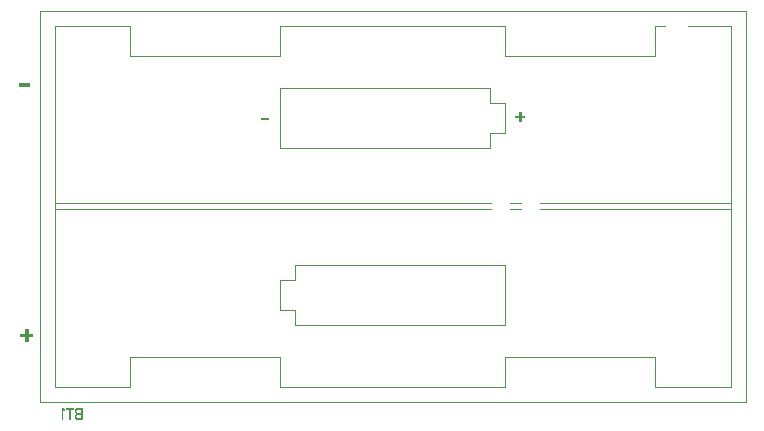
<source format=gbo>
G04 #@! TF.GenerationSoftware,KiCad,Pcbnew,8.0.1*
G04 #@! TF.CreationDate,2024-06-07T17:50:56+02:00*
G04 #@! TF.ProjectId,Remote,52656d6f-7465-42e6-9b69-6361645f7063,rev?*
G04 #@! TF.SameCoordinates,Original*
G04 #@! TF.FileFunction,Legend,Bot*
G04 #@! TF.FilePolarity,Positive*
%FSLAX46Y46*%
G04 Gerber Fmt 4.6, Leading zero omitted, Abs format (unit mm)*
G04 Created by KiCad (PCBNEW 8.0.1) date 2024-06-07 17:50:56*
%MOMM*%
%LPD*%
G01*
G04 APERTURE LIST*
G04 Aperture macros list*
%AMRotRect*
0 Rectangle, with rotation*
0 The origin of the aperture is its center*
0 $1 length*
0 $2 width*
0 $3 Rotation angle, in degrees counterclockwise*
0 Add horizontal line*
21,1,$1,$2,0,0,$3*%
G04 Aperture macros list end*
%ADD10C,0.150000*%
%ADD11C,0.120000*%
%ADD12R,1.700000X1.700000*%
%ADD13O,1.700000X1.700000*%
%ADD14C,5.700000*%
%ADD15RotRect,1.800000X1.800000X240.000000*%
%ADD16C,1.800000*%
%ADD17RotRect,1.800000X1.800000X300.000000*%
%ADD18C,2.000000*%
%ADD19R,1.800000X1.800000*%
%ADD20R,2.000000X2.000000*%
G04 APERTURE END LIST*
D10*
G36*
X126686259Y-113320000D02*
G01*
X126686259Y-113190795D01*
X126417103Y-113190795D01*
X126365705Y-113188154D01*
X126317553Y-113178870D01*
X126272607Y-113158444D01*
X126260055Y-113148541D01*
X126230167Y-113109617D01*
X126215516Y-113061906D01*
X126213893Y-113036922D01*
X126213893Y-113034968D01*
X126219423Y-112983837D01*
X126237894Y-112937903D01*
X126253216Y-112917243D01*
X126293591Y-112888620D01*
X126340914Y-112875798D01*
X126382909Y-112873035D01*
X126686259Y-112873035D01*
X126686259Y-112747250D01*
X126382909Y-112747250D01*
X126334210Y-112742921D01*
X126285337Y-112724889D01*
X126266405Y-112710614D01*
X126238180Y-112668861D01*
X126227696Y-112620694D01*
X126227082Y-112603635D01*
X126233230Y-112553054D01*
X126255944Y-112507413D01*
X126270801Y-112492260D01*
X126313539Y-112468224D01*
X126365797Y-112456912D01*
X126401960Y-112455136D01*
X126686259Y-112455136D01*
X126686259Y-112326175D01*
X126376559Y-112326175D01*
X126324148Y-112328743D01*
X126269667Y-112338228D01*
X126222361Y-112354702D01*
X126177085Y-112382088D01*
X126157961Y-112399204D01*
X126126545Y-112438848D01*
X126104106Y-112484750D01*
X126090642Y-112536911D01*
X126086224Y-112587686D01*
X126086154Y-112595331D01*
X126091320Y-112645074D01*
X126106818Y-112691873D01*
X126129873Y-112731863D01*
X126165847Y-112769064D01*
X126208818Y-112793717D01*
X126255854Y-112808441D01*
X126267382Y-112810753D01*
X126218734Y-112822717D01*
X126172385Y-112846025D01*
X126134146Y-112879875D01*
X126124256Y-112892086D01*
X126097337Y-112936303D01*
X126080387Y-112984383D01*
X126073408Y-113036328D01*
X126073209Y-113047180D01*
X126073209Y-113049378D01*
X126076972Y-113100337D01*
X126090490Y-113153052D01*
X126113838Y-113199874D01*
X126147017Y-113240804D01*
X126151855Y-113245505D01*
X126194674Y-113278097D01*
X126244484Y-113301376D01*
X126293803Y-113314107D01*
X126348475Y-113319709D01*
X126365079Y-113320000D01*
X126686259Y-113320000D01*
G37*
G36*
X126768324Y-113320000D02*
G01*
X126768324Y-112326175D01*
X126629594Y-112326175D01*
X126629594Y-113320000D01*
X126768324Y-113320000D01*
G37*
G36*
X125720522Y-113320000D02*
G01*
X125720522Y-112407508D01*
X125581060Y-112407508D01*
X125581060Y-113320000D01*
X125720522Y-113320000D01*
G37*
G36*
X126001402Y-112458555D02*
G01*
X126001402Y-112326175D01*
X125299936Y-112326175D01*
X125299936Y-112458555D01*
X126001402Y-112458555D01*
G37*
G36*
X124971185Y-112326175D02*
G01*
X124971185Y-113320000D01*
X125110648Y-113320000D01*
X125110648Y-112477850D01*
X125252065Y-112564556D01*
X125252065Y-112420453D01*
X125110648Y-112326175D01*
X124971185Y-112326175D01*
G37*
G36*
X122287337Y-84834919D02*
G01*
X121368495Y-84834919D01*
X121368495Y-85100167D01*
X122287337Y-85100167D01*
X122287337Y-84834919D01*
G37*
G36*
X122583080Y-106031221D02*
G01*
X121473241Y-106031221D01*
X121473241Y-106296468D01*
X122583080Y-106296468D01*
X122583080Y-106031221D01*
G37*
G36*
X121888453Y-105608681D02*
G01*
X121888453Y-106719009D01*
X122167379Y-106719009D01*
X122167379Y-105608681D01*
X121888453Y-105608681D01*
G37*
G36*
X164226060Y-87590915D02*
G01*
X163393680Y-87590915D01*
X163393680Y-87789851D01*
X164226060Y-87789851D01*
X164226060Y-87590915D01*
G37*
G36*
X163705090Y-87274010D02*
G01*
X163705090Y-88106756D01*
X163914284Y-88106756D01*
X163914284Y-87274010D01*
X163705090Y-87274010D01*
G37*
G36*
X142564252Y-87743689D02*
G01*
X141875121Y-87743689D01*
X141875121Y-87942625D01*
X142564252Y-87942625D01*
X142564252Y-87743689D01*
G37*
D11*
X123180000Y-78690000D02*
X123180000Y-111810000D01*
X123180000Y-111810000D02*
X182890000Y-111810000D01*
X124450000Y-79960000D02*
X124450000Y-110540000D01*
X124450000Y-94996000D02*
X181620000Y-94996000D01*
X124450000Y-110540000D02*
X130795000Y-110540000D01*
X130795000Y-79960000D02*
X124450000Y-79960000D01*
X130795000Y-82500000D02*
X130795000Y-79960000D01*
X130795000Y-110540000D02*
X130795000Y-108000000D01*
X143495000Y-79960000D02*
X143495000Y-82500000D01*
X143495000Y-82500000D02*
X130795000Y-82500000D01*
X143495000Y-85215000D02*
X161275000Y-85215000D01*
X143495000Y-90295000D02*
X143495000Y-85215000D01*
X143495000Y-101475000D02*
X144765000Y-101475000D01*
X143495000Y-104015000D02*
X143495000Y-101475000D01*
X143495000Y-108000000D02*
X130795000Y-108000000D01*
X143495000Y-108000000D02*
X143495000Y-110540000D01*
X143495000Y-110540000D02*
X162545000Y-110540000D01*
X144765000Y-100205000D02*
X162545000Y-100205000D01*
X144765000Y-101475000D02*
X144765000Y-100205000D01*
X144765000Y-104015000D02*
X143495000Y-104015000D01*
X144765000Y-105285000D02*
X144765000Y-104015000D01*
X161275000Y-85215000D02*
X161275000Y-86485000D01*
X161275000Y-86485000D02*
X162545000Y-86485000D01*
X161275000Y-89025000D02*
X161275000Y-90295000D01*
X161275000Y-90295000D02*
X143495000Y-90295000D01*
X162545000Y-79960000D02*
X143495000Y-79960000D01*
X162545000Y-82500000D02*
X162545000Y-79960000D01*
X162545000Y-82500000D02*
X175245000Y-82500000D01*
X162545000Y-86485000D02*
X162545000Y-89025000D01*
X162545000Y-89025000D02*
X161275000Y-89025000D01*
X162545000Y-100205000D02*
X162545000Y-104015000D01*
X162545000Y-104015000D02*
X162545000Y-105285000D01*
X162545000Y-105285000D02*
X144765000Y-105285000D01*
X162545000Y-108000000D02*
X175245000Y-108000000D01*
X162545000Y-110540000D02*
X162545000Y-108000000D01*
X175245000Y-79960000D02*
X181620000Y-79960000D01*
X175245000Y-82500000D02*
X175245000Y-79960000D01*
X175245000Y-108000000D02*
X175245000Y-110540000D01*
X175245000Y-110540000D02*
X181620000Y-110540000D01*
X181620000Y-79960000D02*
X181620000Y-110540000D01*
X181620000Y-95504000D02*
X124450000Y-95504000D01*
X182890000Y-78690000D02*
X123180000Y-78690000D01*
X182890000Y-111810000D02*
X182890000Y-78690000D01*
%LPC*%
D12*
X164695000Y-97759000D03*
D13*
X162155000Y-97759000D03*
X164695000Y-95219000D03*
X162155000Y-95219000D03*
X164695000Y-92679000D03*
X162155000Y-92679000D03*
D14*
X187035000Y-78750000D03*
D15*
X121505000Y-80817469D03*
D16*
X120235000Y-83017174D03*
D14*
X187035000Y-111750000D03*
D17*
X121485001Y-109665064D03*
D16*
X120235000Y-107500000D03*
D18*
X170535000Y-80250000D03*
X177035000Y-80250000D03*
X170535000Y-84750000D03*
X177035000Y-84750000D03*
D19*
X121835000Y-94000000D03*
D16*
X121835000Y-96540000D03*
D18*
X135535000Y-105250000D03*
X142035000Y-105250000D03*
X135535000Y-109750000D03*
X142035000Y-109750000D03*
X135535000Y-80250000D03*
X142035000Y-80250000D03*
X135535000Y-84750000D03*
X142035000Y-84750000D03*
D19*
X184835000Y-93964000D03*
D16*
X184835000Y-96464000D03*
D20*
X125870000Y-102745000D03*
D18*
X125870000Y-87755000D03*
%LPD*%
M02*

</source>
